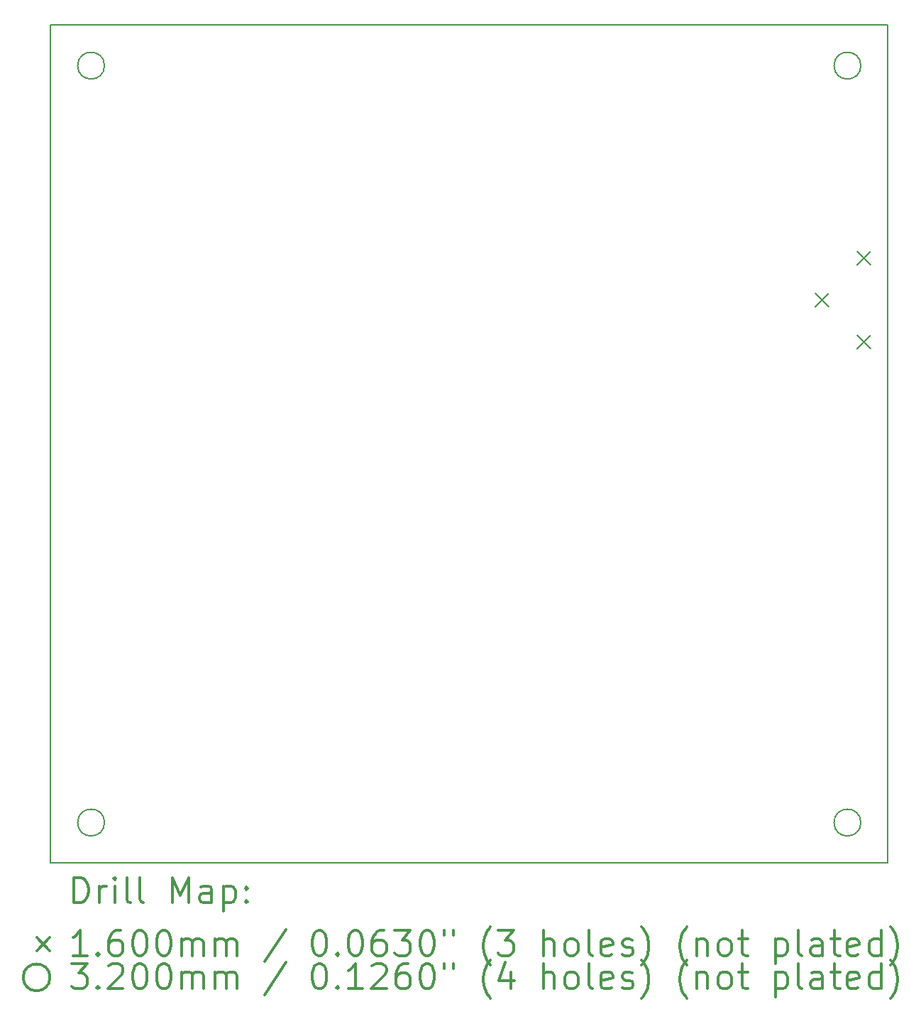
<source format=gbr>
%FSLAX45Y45*%
G04 Gerber Fmt 4.5, Leading zero omitted, Abs format (unit mm)*
G04 Created by KiCad (PCBNEW 5.1.12) date 2023-03-27 23:41:00*
%MOMM*%
%LPD*%
G01*
G04 APERTURE LIST*
%TA.AperFunction,Profile*%
%ADD10C,0.150000*%
%TD*%
%ADD11C,0.200000*%
%ADD12C,0.300000*%
G04 APERTURE END LIST*
D10*
X17610000Y-7620000D02*
X7620000Y-7620000D01*
X17610000Y-7620000D02*
X17610000Y-17610000D01*
X7620000Y-17610000D02*
X17610000Y-17610000D01*
X7620000Y-7620000D02*
X7620000Y-17610000D01*
D11*
X16742800Y-10816600D02*
X16902800Y-10976600D01*
X16902800Y-10816600D02*
X16742800Y-10976600D01*
X17242800Y-10316600D02*
X17402800Y-10476600D01*
X17402800Y-10316600D02*
X17242800Y-10476600D01*
X17242800Y-11316600D02*
X17402800Y-11476600D01*
X17402800Y-11316600D02*
X17242800Y-11476600D01*
X8262600Y-8102600D02*
G75*
G03*
X8262600Y-8102600I-160000J0D01*
G01*
X8262600Y-17127220D02*
G75*
G03*
X8262600Y-17127220I-160000J0D01*
G01*
X17287220Y-8102600D02*
G75*
G03*
X17287220Y-8102600I-160000J0D01*
G01*
X17287220Y-17127220D02*
G75*
G03*
X17287220Y-17127220I-160000J0D01*
G01*
D12*
X7898928Y-18083214D02*
X7898928Y-17783214D01*
X7970357Y-17783214D01*
X8013214Y-17797500D01*
X8041786Y-17826072D01*
X8056071Y-17854643D01*
X8070357Y-17911786D01*
X8070357Y-17954643D01*
X8056071Y-18011786D01*
X8041786Y-18040357D01*
X8013214Y-18068929D01*
X7970357Y-18083214D01*
X7898928Y-18083214D01*
X8198928Y-18083214D02*
X8198928Y-17883214D01*
X8198928Y-17940357D02*
X8213214Y-17911786D01*
X8227500Y-17897500D01*
X8256071Y-17883214D01*
X8284643Y-17883214D01*
X8384643Y-18083214D02*
X8384643Y-17883214D01*
X8384643Y-17783214D02*
X8370357Y-17797500D01*
X8384643Y-17811786D01*
X8398928Y-17797500D01*
X8384643Y-17783214D01*
X8384643Y-17811786D01*
X8570357Y-18083214D02*
X8541786Y-18068929D01*
X8527500Y-18040357D01*
X8527500Y-17783214D01*
X8727500Y-18083214D02*
X8698928Y-18068929D01*
X8684643Y-18040357D01*
X8684643Y-17783214D01*
X9070357Y-18083214D02*
X9070357Y-17783214D01*
X9170357Y-17997500D01*
X9270357Y-17783214D01*
X9270357Y-18083214D01*
X9541786Y-18083214D02*
X9541786Y-17926072D01*
X9527500Y-17897500D01*
X9498928Y-17883214D01*
X9441786Y-17883214D01*
X9413214Y-17897500D01*
X9541786Y-18068929D02*
X9513214Y-18083214D01*
X9441786Y-18083214D01*
X9413214Y-18068929D01*
X9398928Y-18040357D01*
X9398928Y-18011786D01*
X9413214Y-17983214D01*
X9441786Y-17968929D01*
X9513214Y-17968929D01*
X9541786Y-17954643D01*
X9684643Y-17883214D02*
X9684643Y-18183214D01*
X9684643Y-17897500D02*
X9713214Y-17883214D01*
X9770357Y-17883214D01*
X9798928Y-17897500D01*
X9813214Y-17911786D01*
X9827500Y-17940357D01*
X9827500Y-18026072D01*
X9813214Y-18054643D01*
X9798928Y-18068929D01*
X9770357Y-18083214D01*
X9713214Y-18083214D01*
X9684643Y-18068929D01*
X9956071Y-18054643D02*
X9970357Y-18068929D01*
X9956071Y-18083214D01*
X9941786Y-18068929D01*
X9956071Y-18054643D01*
X9956071Y-18083214D01*
X9956071Y-17897500D02*
X9970357Y-17911786D01*
X9956071Y-17926072D01*
X9941786Y-17911786D01*
X9956071Y-17897500D01*
X9956071Y-17926072D01*
X7452500Y-18497500D02*
X7612500Y-18657500D01*
X7612500Y-18497500D02*
X7452500Y-18657500D01*
X8056071Y-18713214D02*
X7884643Y-18713214D01*
X7970357Y-18713214D02*
X7970357Y-18413214D01*
X7941786Y-18456072D01*
X7913214Y-18484643D01*
X7884643Y-18498929D01*
X8184643Y-18684643D02*
X8198928Y-18698929D01*
X8184643Y-18713214D01*
X8170357Y-18698929D01*
X8184643Y-18684643D01*
X8184643Y-18713214D01*
X8456071Y-18413214D02*
X8398928Y-18413214D01*
X8370357Y-18427500D01*
X8356071Y-18441786D01*
X8327500Y-18484643D01*
X8313214Y-18541786D01*
X8313214Y-18656072D01*
X8327500Y-18684643D01*
X8341786Y-18698929D01*
X8370357Y-18713214D01*
X8427500Y-18713214D01*
X8456071Y-18698929D01*
X8470357Y-18684643D01*
X8484643Y-18656072D01*
X8484643Y-18584643D01*
X8470357Y-18556072D01*
X8456071Y-18541786D01*
X8427500Y-18527500D01*
X8370357Y-18527500D01*
X8341786Y-18541786D01*
X8327500Y-18556072D01*
X8313214Y-18584643D01*
X8670357Y-18413214D02*
X8698928Y-18413214D01*
X8727500Y-18427500D01*
X8741786Y-18441786D01*
X8756071Y-18470357D01*
X8770357Y-18527500D01*
X8770357Y-18598929D01*
X8756071Y-18656072D01*
X8741786Y-18684643D01*
X8727500Y-18698929D01*
X8698928Y-18713214D01*
X8670357Y-18713214D01*
X8641786Y-18698929D01*
X8627500Y-18684643D01*
X8613214Y-18656072D01*
X8598928Y-18598929D01*
X8598928Y-18527500D01*
X8613214Y-18470357D01*
X8627500Y-18441786D01*
X8641786Y-18427500D01*
X8670357Y-18413214D01*
X8956071Y-18413214D02*
X8984643Y-18413214D01*
X9013214Y-18427500D01*
X9027500Y-18441786D01*
X9041786Y-18470357D01*
X9056071Y-18527500D01*
X9056071Y-18598929D01*
X9041786Y-18656072D01*
X9027500Y-18684643D01*
X9013214Y-18698929D01*
X8984643Y-18713214D01*
X8956071Y-18713214D01*
X8927500Y-18698929D01*
X8913214Y-18684643D01*
X8898928Y-18656072D01*
X8884643Y-18598929D01*
X8884643Y-18527500D01*
X8898928Y-18470357D01*
X8913214Y-18441786D01*
X8927500Y-18427500D01*
X8956071Y-18413214D01*
X9184643Y-18713214D02*
X9184643Y-18513214D01*
X9184643Y-18541786D02*
X9198928Y-18527500D01*
X9227500Y-18513214D01*
X9270357Y-18513214D01*
X9298928Y-18527500D01*
X9313214Y-18556072D01*
X9313214Y-18713214D01*
X9313214Y-18556072D02*
X9327500Y-18527500D01*
X9356071Y-18513214D01*
X9398928Y-18513214D01*
X9427500Y-18527500D01*
X9441786Y-18556072D01*
X9441786Y-18713214D01*
X9584643Y-18713214D02*
X9584643Y-18513214D01*
X9584643Y-18541786D02*
X9598928Y-18527500D01*
X9627500Y-18513214D01*
X9670357Y-18513214D01*
X9698928Y-18527500D01*
X9713214Y-18556072D01*
X9713214Y-18713214D01*
X9713214Y-18556072D02*
X9727500Y-18527500D01*
X9756071Y-18513214D01*
X9798928Y-18513214D01*
X9827500Y-18527500D01*
X9841786Y-18556072D01*
X9841786Y-18713214D01*
X10427500Y-18398929D02*
X10170357Y-18784643D01*
X10813214Y-18413214D02*
X10841786Y-18413214D01*
X10870357Y-18427500D01*
X10884643Y-18441786D01*
X10898928Y-18470357D01*
X10913214Y-18527500D01*
X10913214Y-18598929D01*
X10898928Y-18656072D01*
X10884643Y-18684643D01*
X10870357Y-18698929D01*
X10841786Y-18713214D01*
X10813214Y-18713214D01*
X10784643Y-18698929D01*
X10770357Y-18684643D01*
X10756071Y-18656072D01*
X10741786Y-18598929D01*
X10741786Y-18527500D01*
X10756071Y-18470357D01*
X10770357Y-18441786D01*
X10784643Y-18427500D01*
X10813214Y-18413214D01*
X11041786Y-18684643D02*
X11056071Y-18698929D01*
X11041786Y-18713214D01*
X11027500Y-18698929D01*
X11041786Y-18684643D01*
X11041786Y-18713214D01*
X11241786Y-18413214D02*
X11270357Y-18413214D01*
X11298928Y-18427500D01*
X11313214Y-18441786D01*
X11327500Y-18470357D01*
X11341786Y-18527500D01*
X11341786Y-18598929D01*
X11327500Y-18656072D01*
X11313214Y-18684643D01*
X11298928Y-18698929D01*
X11270357Y-18713214D01*
X11241786Y-18713214D01*
X11213214Y-18698929D01*
X11198928Y-18684643D01*
X11184643Y-18656072D01*
X11170357Y-18598929D01*
X11170357Y-18527500D01*
X11184643Y-18470357D01*
X11198928Y-18441786D01*
X11213214Y-18427500D01*
X11241786Y-18413214D01*
X11598928Y-18413214D02*
X11541786Y-18413214D01*
X11513214Y-18427500D01*
X11498928Y-18441786D01*
X11470357Y-18484643D01*
X11456071Y-18541786D01*
X11456071Y-18656072D01*
X11470357Y-18684643D01*
X11484643Y-18698929D01*
X11513214Y-18713214D01*
X11570357Y-18713214D01*
X11598928Y-18698929D01*
X11613214Y-18684643D01*
X11627500Y-18656072D01*
X11627500Y-18584643D01*
X11613214Y-18556072D01*
X11598928Y-18541786D01*
X11570357Y-18527500D01*
X11513214Y-18527500D01*
X11484643Y-18541786D01*
X11470357Y-18556072D01*
X11456071Y-18584643D01*
X11727500Y-18413214D02*
X11913214Y-18413214D01*
X11813214Y-18527500D01*
X11856071Y-18527500D01*
X11884643Y-18541786D01*
X11898928Y-18556072D01*
X11913214Y-18584643D01*
X11913214Y-18656072D01*
X11898928Y-18684643D01*
X11884643Y-18698929D01*
X11856071Y-18713214D01*
X11770357Y-18713214D01*
X11741786Y-18698929D01*
X11727500Y-18684643D01*
X12098928Y-18413214D02*
X12127500Y-18413214D01*
X12156071Y-18427500D01*
X12170357Y-18441786D01*
X12184643Y-18470357D01*
X12198928Y-18527500D01*
X12198928Y-18598929D01*
X12184643Y-18656072D01*
X12170357Y-18684643D01*
X12156071Y-18698929D01*
X12127500Y-18713214D01*
X12098928Y-18713214D01*
X12070357Y-18698929D01*
X12056071Y-18684643D01*
X12041786Y-18656072D01*
X12027500Y-18598929D01*
X12027500Y-18527500D01*
X12041786Y-18470357D01*
X12056071Y-18441786D01*
X12070357Y-18427500D01*
X12098928Y-18413214D01*
X12313214Y-18413214D02*
X12313214Y-18470357D01*
X12427500Y-18413214D02*
X12427500Y-18470357D01*
X12870357Y-18827500D02*
X12856071Y-18813214D01*
X12827500Y-18770357D01*
X12813214Y-18741786D01*
X12798928Y-18698929D01*
X12784643Y-18627500D01*
X12784643Y-18570357D01*
X12798928Y-18498929D01*
X12813214Y-18456072D01*
X12827500Y-18427500D01*
X12856071Y-18384643D01*
X12870357Y-18370357D01*
X12956071Y-18413214D02*
X13141786Y-18413214D01*
X13041786Y-18527500D01*
X13084643Y-18527500D01*
X13113214Y-18541786D01*
X13127500Y-18556072D01*
X13141786Y-18584643D01*
X13141786Y-18656072D01*
X13127500Y-18684643D01*
X13113214Y-18698929D01*
X13084643Y-18713214D01*
X12998928Y-18713214D01*
X12970357Y-18698929D01*
X12956071Y-18684643D01*
X13498928Y-18713214D02*
X13498928Y-18413214D01*
X13627500Y-18713214D02*
X13627500Y-18556072D01*
X13613214Y-18527500D01*
X13584643Y-18513214D01*
X13541786Y-18513214D01*
X13513214Y-18527500D01*
X13498928Y-18541786D01*
X13813214Y-18713214D02*
X13784643Y-18698929D01*
X13770357Y-18684643D01*
X13756071Y-18656072D01*
X13756071Y-18570357D01*
X13770357Y-18541786D01*
X13784643Y-18527500D01*
X13813214Y-18513214D01*
X13856071Y-18513214D01*
X13884643Y-18527500D01*
X13898928Y-18541786D01*
X13913214Y-18570357D01*
X13913214Y-18656072D01*
X13898928Y-18684643D01*
X13884643Y-18698929D01*
X13856071Y-18713214D01*
X13813214Y-18713214D01*
X14084643Y-18713214D02*
X14056071Y-18698929D01*
X14041786Y-18670357D01*
X14041786Y-18413214D01*
X14313214Y-18698929D02*
X14284643Y-18713214D01*
X14227500Y-18713214D01*
X14198928Y-18698929D01*
X14184643Y-18670357D01*
X14184643Y-18556072D01*
X14198928Y-18527500D01*
X14227500Y-18513214D01*
X14284643Y-18513214D01*
X14313214Y-18527500D01*
X14327500Y-18556072D01*
X14327500Y-18584643D01*
X14184643Y-18613214D01*
X14441786Y-18698929D02*
X14470357Y-18713214D01*
X14527500Y-18713214D01*
X14556071Y-18698929D01*
X14570357Y-18670357D01*
X14570357Y-18656072D01*
X14556071Y-18627500D01*
X14527500Y-18613214D01*
X14484643Y-18613214D01*
X14456071Y-18598929D01*
X14441786Y-18570357D01*
X14441786Y-18556072D01*
X14456071Y-18527500D01*
X14484643Y-18513214D01*
X14527500Y-18513214D01*
X14556071Y-18527500D01*
X14670357Y-18827500D02*
X14684643Y-18813214D01*
X14713214Y-18770357D01*
X14727500Y-18741786D01*
X14741786Y-18698929D01*
X14756071Y-18627500D01*
X14756071Y-18570357D01*
X14741786Y-18498929D01*
X14727500Y-18456072D01*
X14713214Y-18427500D01*
X14684643Y-18384643D01*
X14670357Y-18370357D01*
X15213214Y-18827500D02*
X15198928Y-18813214D01*
X15170357Y-18770357D01*
X15156071Y-18741786D01*
X15141786Y-18698929D01*
X15127500Y-18627500D01*
X15127500Y-18570357D01*
X15141786Y-18498929D01*
X15156071Y-18456072D01*
X15170357Y-18427500D01*
X15198928Y-18384643D01*
X15213214Y-18370357D01*
X15327500Y-18513214D02*
X15327500Y-18713214D01*
X15327500Y-18541786D02*
X15341786Y-18527500D01*
X15370357Y-18513214D01*
X15413214Y-18513214D01*
X15441786Y-18527500D01*
X15456071Y-18556072D01*
X15456071Y-18713214D01*
X15641786Y-18713214D02*
X15613214Y-18698929D01*
X15598928Y-18684643D01*
X15584643Y-18656072D01*
X15584643Y-18570357D01*
X15598928Y-18541786D01*
X15613214Y-18527500D01*
X15641786Y-18513214D01*
X15684643Y-18513214D01*
X15713214Y-18527500D01*
X15727500Y-18541786D01*
X15741786Y-18570357D01*
X15741786Y-18656072D01*
X15727500Y-18684643D01*
X15713214Y-18698929D01*
X15684643Y-18713214D01*
X15641786Y-18713214D01*
X15827500Y-18513214D02*
X15941786Y-18513214D01*
X15870357Y-18413214D02*
X15870357Y-18670357D01*
X15884643Y-18698929D01*
X15913214Y-18713214D01*
X15941786Y-18713214D01*
X16270357Y-18513214D02*
X16270357Y-18813214D01*
X16270357Y-18527500D02*
X16298928Y-18513214D01*
X16356071Y-18513214D01*
X16384643Y-18527500D01*
X16398928Y-18541786D01*
X16413214Y-18570357D01*
X16413214Y-18656072D01*
X16398928Y-18684643D01*
X16384643Y-18698929D01*
X16356071Y-18713214D01*
X16298928Y-18713214D01*
X16270357Y-18698929D01*
X16584643Y-18713214D02*
X16556071Y-18698929D01*
X16541786Y-18670357D01*
X16541786Y-18413214D01*
X16827500Y-18713214D02*
X16827500Y-18556072D01*
X16813214Y-18527500D01*
X16784643Y-18513214D01*
X16727500Y-18513214D01*
X16698928Y-18527500D01*
X16827500Y-18698929D02*
X16798928Y-18713214D01*
X16727500Y-18713214D01*
X16698928Y-18698929D01*
X16684643Y-18670357D01*
X16684643Y-18641786D01*
X16698928Y-18613214D01*
X16727500Y-18598929D01*
X16798928Y-18598929D01*
X16827500Y-18584643D01*
X16927500Y-18513214D02*
X17041786Y-18513214D01*
X16970357Y-18413214D02*
X16970357Y-18670357D01*
X16984643Y-18698929D01*
X17013214Y-18713214D01*
X17041786Y-18713214D01*
X17256071Y-18698929D02*
X17227500Y-18713214D01*
X17170357Y-18713214D01*
X17141786Y-18698929D01*
X17127500Y-18670357D01*
X17127500Y-18556072D01*
X17141786Y-18527500D01*
X17170357Y-18513214D01*
X17227500Y-18513214D01*
X17256071Y-18527500D01*
X17270357Y-18556072D01*
X17270357Y-18584643D01*
X17127500Y-18613214D01*
X17527500Y-18713214D02*
X17527500Y-18413214D01*
X17527500Y-18698929D02*
X17498928Y-18713214D01*
X17441786Y-18713214D01*
X17413214Y-18698929D01*
X17398928Y-18684643D01*
X17384643Y-18656072D01*
X17384643Y-18570357D01*
X17398928Y-18541786D01*
X17413214Y-18527500D01*
X17441786Y-18513214D01*
X17498928Y-18513214D01*
X17527500Y-18527500D01*
X17641786Y-18827500D02*
X17656071Y-18813214D01*
X17684643Y-18770357D01*
X17698928Y-18741786D01*
X17713214Y-18698929D01*
X17727500Y-18627500D01*
X17727500Y-18570357D01*
X17713214Y-18498929D01*
X17698928Y-18456072D01*
X17684643Y-18427500D01*
X17656071Y-18384643D01*
X17641786Y-18370357D01*
X7612500Y-18973500D02*
G75*
G03*
X7612500Y-18973500I-160000J0D01*
G01*
X7870357Y-18809214D02*
X8056071Y-18809214D01*
X7956071Y-18923500D01*
X7998928Y-18923500D01*
X8027500Y-18937786D01*
X8041786Y-18952072D01*
X8056071Y-18980643D01*
X8056071Y-19052072D01*
X8041786Y-19080643D01*
X8027500Y-19094929D01*
X7998928Y-19109214D01*
X7913214Y-19109214D01*
X7884643Y-19094929D01*
X7870357Y-19080643D01*
X8184643Y-19080643D02*
X8198928Y-19094929D01*
X8184643Y-19109214D01*
X8170357Y-19094929D01*
X8184643Y-19080643D01*
X8184643Y-19109214D01*
X8313214Y-18837786D02*
X8327500Y-18823500D01*
X8356071Y-18809214D01*
X8427500Y-18809214D01*
X8456071Y-18823500D01*
X8470357Y-18837786D01*
X8484643Y-18866357D01*
X8484643Y-18894929D01*
X8470357Y-18937786D01*
X8298928Y-19109214D01*
X8484643Y-19109214D01*
X8670357Y-18809214D02*
X8698928Y-18809214D01*
X8727500Y-18823500D01*
X8741786Y-18837786D01*
X8756071Y-18866357D01*
X8770357Y-18923500D01*
X8770357Y-18994929D01*
X8756071Y-19052072D01*
X8741786Y-19080643D01*
X8727500Y-19094929D01*
X8698928Y-19109214D01*
X8670357Y-19109214D01*
X8641786Y-19094929D01*
X8627500Y-19080643D01*
X8613214Y-19052072D01*
X8598928Y-18994929D01*
X8598928Y-18923500D01*
X8613214Y-18866357D01*
X8627500Y-18837786D01*
X8641786Y-18823500D01*
X8670357Y-18809214D01*
X8956071Y-18809214D02*
X8984643Y-18809214D01*
X9013214Y-18823500D01*
X9027500Y-18837786D01*
X9041786Y-18866357D01*
X9056071Y-18923500D01*
X9056071Y-18994929D01*
X9041786Y-19052072D01*
X9027500Y-19080643D01*
X9013214Y-19094929D01*
X8984643Y-19109214D01*
X8956071Y-19109214D01*
X8927500Y-19094929D01*
X8913214Y-19080643D01*
X8898928Y-19052072D01*
X8884643Y-18994929D01*
X8884643Y-18923500D01*
X8898928Y-18866357D01*
X8913214Y-18837786D01*
X8927500Y-18823500D01*
X8956071Y-18809214D01*
X9184643Y-19109214D02*
X9184643Y-18909214D01*
X9184643Y-18937786D02*
X9198928Y-18923500D01*
X9227500Y-18909214D01*
X9270357Y-18909214D01*
X9298928Y-18923500D01*
X9313214Y-18952072D01*
X9313214Y-19109214D01*
X9313214Y-18952072D02*
X9327500Y-18923500D01*
X9356071Y-18909214D01*
X9398928Y-18909214D01*
X9427500Y-18923500D01*
X9441786Y-18952072D01*
X9441786Y-19109214D01*
X9584643Y-19109214D02*
X9584643Y-18909214D01*
X9584643Y-18937786D02*
X9598928Y-18923500D01*
X9627500Y-18909214D01*
X9670357Y-18909214D01*
X9698928Y-18923500D01*
X9713214Y-18952072D01*
X9713214Y-19109214D01*
X9713214Y-18952072D02*
X9727500Y-18923500D01*
X9756071Y-18909214D01*
X9798928Y-18909214D01*
X9827500Y-18923500D01*
X9841786Y-18952072D01*
X9841786Y-19109214D01*
X10427500Y-18794929D02*
X10170357Y-19180643D01*
X10813214Y-18809214D02*
X10841786Y-18809214D01*
X10870357Y-18823500D01*
X10884643Y-18837786D01*
X10898928Y-18866357D01*
X10913214Y-18923500D01*
X10913214Y-18994929D01*
X10898928Y-19052072D01*
X10884643Y-19080643D01*
X10870357Y-19094929D01*
X10841786Y-19109214D01*
X10813214Y-19109214D01*
X10784643Y-19094929D01*
X10770357Y-19080643D01*
X10756071Y-19052072D01*
X10741786Y-18994929D01*
X10741786Y-18923500D01*
X10756071Y-18866357D01*
X10770357Y-18837786D01*
X10784643Y-18823500D01*
X10813214Y-18809214D01*
X11041786Y-19080643D02*
X11056071Y-19094929D01*
X11041786Y-19109214D01*
X11027500Y-19094929D01*
X11041786Y-19080643D01*
X11041786Y-19109214D01*
X11341786Y-19109214D02*
X11170357Y-19109214D01*
X11256071Y-19109214D02*
X11256071Y-18809214D01*
X11227500Y-18852072D01*
X11198928Y-18880643D01*
X11170357Y-18894929D01*
X11456071Y-18837786D02*
X11470357Y-18823500D01*
X11498928Y-18809214D01*
X11570357Y-18809214D01*
X11598928Y-18823500D01*
X11613214Y-18837786D01*
X11627500Y-18866357D01*
X11627500Y-18894929D01*
X11613214Y-18937786D01*
X11441786Y-19109214D01*
X11627500Y-19109214D01*
X11884643Y-18809214D02*
X11827500Y-18809214D01*
X11798928Y-18823500D01*
X11784643Y-18837786D01*
X11756071Y-18880643D01*
X11741786Y-18937786D01*
X11741786Y-19052072D01*
X11756071Y-19080643D01*
X11770357Y-19094929D01*
X11798928Y-19109214D01*
X11856071Y-19109214D01*
X11884643Y-19094929D01*
X11898928Y-19080643D01*
X11913214Y-19052072D01*
X11913214Y-18980643D01*
X11898928Y-18952072D01*
X11884643Y-18937786D01*
X11856071Y-18923500D01*
X11798928Y-18923500D01*
X11770357Y-18937786D01*
X11756071Y-18952072D01*
X11741786Y-18980643D01*
X12098928Y-18809214D02*
X12127500Y-18809214D01*
X12156071Y-18823500D01*
X12170357Y-18837786D01*
X12184643Y-18866357D01*
X12198928Y-18923500D01*
X12198928Y-18994929D01*
X12184643Y-19052072D01*
X12170357Y-19080643D01*
X12156071Y-19094929D01*
X12127500Y-19109214D01*
X12098928Y-19109214D01*
X12070357Y-19094929D01*
X12056071Y-19080643D01*
X12041786Y-19052072D01*
X12027500Y-18994929D01*
X12027500Y-18923500D01*
X12041786Y-18866357D01*
X12056071Y-18837786D01*
X12070357Y-18823500D01*
X12098928Y-18809214D01*
X12313214Y-18809214D02*
X12313214Y-18866357D01*
X12427500Y-18809214D02*
X12427500Y-18866357D01*
X12870357Y-19223500D02*
X12856071Y-19209214D01*
X12827500Y-19166357D01*
X12813214Y-19137786D01*
X12798928Y-19094929D01*
X12784643Y-19023500D01*
X12784643Y-18966357D01*
X12798928Y-18894929D01*
X12813214Y-18852072D01*
X12827500Y-18823500D01*
X12856071Y-18780643D01*
X12870357Y-18766357D01*
X13113214Y-18909214D02*
X13113214Y-19109214D01*
X13041786Y-18794929D02*
X12970357Y-19009214D01*
X13156071Y-19009214D01*
X13498928Y-19109214D02*
X13498928Y-18809214D01*
X13627500Y-19109214D02*
X13627500Y-18952072D01*
X13613214Y-18923500D01*
X13584643Y-18909214D01*
X13541786Y-18909214D01*
X13513214Y-18923500D01*
X13498928Y-18937786D01*
X13813214Y-19109214D02*
X13784643Y-19094929D01*
X13770357Y-19080643D01*
X13756071Y-19052072D01*
X13756071Y-18966357D01*
X13770357Y-18937786D01*
X13784643Y-18923500D01*
X13813214Y-18909214D01*
X13856071Y-18909214D01*
X13884643Y-18923500D01*
X13898928Y-18937786D01*
X13913214Y-18966357D01*
X13913214Y-19052072D01*
X13898928Y-19080643D01*
X13884643Y-19094929D01*
X13856071Y-19109214D01*
X13813214Y-19109214D01*
X14084643Y-19109214D02*
X14056071Y-19094929D01*
X14041786Y-19066357D01*
X14041786Y-18809214D01*
X14313214Y-19094929D02*
X14284643Y-19109214D01*
X14227500Y-19109214D01*
X14198928Y-19094929D01*
X14184643Y-19066357D01*
X14184643Y-18952072D01*
X14198928Y-18923500D01*
X14227500Y-18909214D01*
X14284643Y-18909214D01*
X14313214Y-18923500D01*
X14327500Y-18952072D01*
X14327500Y-18980643D01*
X14184643Y-19009214D01*
X14441786Y-19094929D02*
X14470357Y-19109214D01*
X14527500Y-19109214D01*
X14556071Y-19094929D01*
X14570357Y-19066357D01*
X14570357Y-19052072D01*
X14556071Y-19023500D01*
X14527500Y-19009214D01*
X14484643Y-19009214D01*
X14456071Y-18994929D01*
X14441786Y-18966357D01*
X14441786Y-18952072D01*
X14456071Y-18923500D01*
X14484643Y-18909214D01*
X14527500Y-18909214D01*
X14556071Y-18923500D01*
X14670357Y-19223500D02*
X14684643Y-19209214D01*
X14713214Y-19166357D01*
X14727500Y-19137786D01*
X14741786Y-19094929D01*
X14756071Y-19023500D01*
X14756071Y-18966357D01*
X14741786Y-18894929D01*
X14727500Y-18852072D01*
X14713214Y-18823500D01*
X14684643Y-18780643D01*
X14670357Y-18766357D01*
X15213214Y-19223500D02*
X15198928Y-19209214D01*
X15170357Y-19166357D01*
X15156071Y-19137786D01*
X15141786Y-19094929D01*
X15127500Y-19023500D01*
X15127500Y-18966357D01*
X15141786Y-18894929D01*
X15156071Y-18852072D01*
X15170357Y-18823500D01*
X15198928Y-18780643D01*
X15213214Y-18766357D01*
X15327500Y-18909214D02*
X15327500Y-19109214D01*
X15327500Y-18937786D02*
X15341786Y-18923500D01*
X15370357Y-18909214D01*
X15413214Y-18909214D01*
X15441786Y-18923500D01*
X15456071Y-18952072D01*
X15456071Y-19109214D01*
X15641786Y-19109214D02*
X15613214Y-19094929D01*
X15598928Y-19080643D01*
X15584643Y-19052072D01*
X15584643Y-18966357D01*
X15598928Y-18937786D01*
X15613214Y-18923500D01*
X15641786Y-18909214D01*
X15684643Y-18909214D01*
X15713214Y-18923500D01*
X15727500Y-18937786D01*
X15741786Y-18966357D01*
X15741786Y-19052072D01*
X15727500Y-19080643D01*
X15713214Y-19094929D01*
X15684643Y-19109214D01*
X15641786Y-19109214D01*
X15827500Y-18909214D02*
X15941786Y-18909214D01*
X15870357Y-18809214D02*
X15870357Y-19066357D01*
X15884643Y-19094929D01*
X15913214Y-19109214D01*
X15941786Y-19109214D01*
X16270357Y-18909214D02*
X16270357Y-19209214D01*
X16270357Y-18923500D02*
X16298928Y-18909214D01*
X16356071Y-18909214D01*
X16384643Y-18923500D01*
X16398928Y-18937786D01*
X16413214Y-18966357D01*
X16413214Y-19052072D01*
X16398928Y-19080643D01*
X16384643Y-19094929D01*
X16356071Y-19109214D01*
X16298928Y-19109214D01*
X16270357Y-19094929D01*
X16584643Y-19109214D02*
X16556071Y-19094929D01*
X16541786Y-19066357D01*
X16541786Y-18809214D01*
X16827500Y-19109214D02*
X16827500Y-18952072D01*
X16813214Y-18923500D01*
X16784643Y-18909214D01*
X16727500Y-18909214D01*
X16698928Y-18923500D01*
X16827500Y-19094929D02*
X16798928Y-19109214D01*
X16727500Y-19109214D01*
X16698928Y-19094929D01*
X16684643Y-19066357D01*
X16684643Y-19037786D01*
X16698928Y-19009214D01*
X16727500Y-18994929D01*
X16798928Y-18994929D01*
X16827500Y-18980643D01*
X16927500Y-18909214D02*
X17041786Y-18909214D01*
X16970357Y-18809214D02*
X16970357Y-19066357D01*
X16984643Y-19094929D01*
X17013214Y-19109214D01*
X17041786Y-19109214D01*
X17256071Y-19094929D02*
X17227500Y-19109214D01*
X17170357Y-19109214D01*
X17141786Y-19094929D01*
X17127500Y-19066357D01*
X17127500Y-18952072D01*
X17141786Y-18923500D01*
X17170357Y-18909214D01*
X17227500Y-18909214D01*
X17256071Y-18923500D01*
X17270357Y-18952072D01*
X17270357Y-18980643D01*
X17127500Y-19009214D01*
X17527500Y-19109214D02*
X17527500Y-18809214D01*
X17527500Y-19094929D02*
X17498928Y-19109214D01*
X17441786Y-19109214D01*
X17413214Y-19094929D01*
X17398928Y-19080643D01*
X17384643Y-19052072D01*
X17384643Y-18966357D01*
X17398928Y-18937786D01*
X17413214Y-18923500D01*
X17441786Y-18909214D01*
X17498928Y-18909214D01*
X17527500Y-18923500D01*
X17641786Y-19223500D02*
X17656071Y-19209214D01*
X17684643Y-19166357D01*
X17698928Y-19137786D01*
X17713214Y-19094929D01*
X17727500Y-19023500D01*
X17727500Y-18966357D01*
X17713214Y-18894929D01*
X17698928Y-18852072D01*
X17684643Y-18823500D01*
X17656071Y-18780643D01*
X17641786Y-18766357D01*
M02*

</source>
